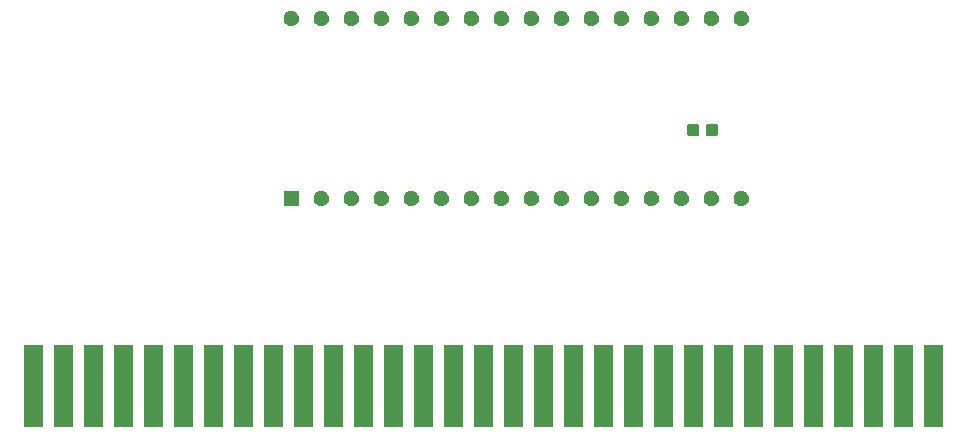
<source format=gbr>
G04 #@! TF.GenerationSoftware,KiCad,Pcbnew,(5.1.5)-3*
G04 #@! TF.CreationDate,2021-07-01T11:46:27+03:00*
G04 #@! TF.ProjectId,ISAMEM,4953414d-454d-42e6-9b69-6361645f7063,rev?*
G04 #@! TF.SameCoordinates,Original*
G04 #@! TF.FileFunction,Soldermask,Top*
G04 #@! TF.FilePolarity,Negative*
%FSLAX46Y46*%
G04 Gerber Fmt 4.6, Leading zero omitted, Abs format (unit mm)*
G04 Created by KiCad (PCBNEW (5.1.5)-3) date 2021-07-01 11:46:27*
%MOMM*%
%LPD*%
G04 APERTURE LIST*
%ADD10C,0.100000*%
G04 APERTURE END LIST*
D10*
G36*
X247193000Y-138481000D02*
G01*
X245567000Y-138481000D01*
X245567000Y-131521000D01*
X247193000Y-131521000D01*
X247193000Y-138481000D01*
G37*
G36*
X209093000Y-138481000D02*
G01*
X207467000Y-138481000D01*
X207467000Y-131521000D01*
X209093000Y-131521000D01*
X209093000Y-138481000D01*
G37*
G36*
X170993000Y-138481000D02*
G01*
X169367000Y-138481000D01*
X169367000Y-131521000D01*
X170993000Y-131521000D01*
X170993000Y-138481000D01*
G37*
G36*
X173533000Y-138481000D02*
G01*
X171907000Y-138481000D01*
X171907000Y-131521000D01*
X173533000Y-131521000D01*
X173533000Y-138481000D01*
G37*
G36*
X176073000Y-138481000D02*
G01*
X174447000Y-138481000D01*
X174447000Y-131521000D01*
X176073000Y-131521000D01*
X176073000Y-138481000D01*
G37*
G36*
X178613000Y-138481000D02*
G01*
X176987000Y-138481000D01*
X176987000Y-131521000D01*
X178613000Y-131521000D01*
X178613000Y-138481000D01*
G37*
G36*
X181153000Y-138481000D02*
G01*
X179527000Y-138481000D01*
X179527000Y-131521000D01*
X181153000Y-131521000D01*
X181153000Y-138481000D01*
G37*
G36*
X183693000Y-138481000D02*
G01*
X182067000Y-138481000D01*
X182067000Y-131521000D01*
X183693000Y-131521000D01*
X183693000Y-138481000D01*
G37*
G36*
X186233000Y-138481000D02*
G01*
X184607000Y-138481000D01*
X184607000Y-131521000D01*
X186233000Y-131521000D01*
X186233000Y-138481000D01*
G37*
G36*
X188773000Y-138481000D02*
G01*
X187147000Y-138481000D01*
X187147000Y-131521000D01*
X188773000Y-131521000D01*
X188773000Y-138481000D01*
G37*
G36*
X191313000Y-138481000D02*
G01*
X189687000Y-138481000D01*
X189687000Y-131521000D01*
X191313000Y-131521000D01*
X191313000Y-138481000D01*
G37*
G36*
X193853000Y-138481000D02*
G01*
X192227000Y-138481000D01*
X192227000Y-131521000D01*
X193853000Y-131521000D01*
X193853000Y-138481000D01*
G37*
G36*
X196393000Y-138481000D02*
G01*
X194767000Y-138481000D01*
X194767000Y-131521000D01*
X196393000Y-131521000D01*
X196393000Y-138481000D01*
G37*
G36*
X198933000Y-138481000D02*
G01*
X197307000Y-138481000D01*
X197307000Y-131521000D01*
X198933000Y-131521000D01*
X198933000Y-138481000D01*
G37*
G36*
X201473000Y-138481000D02*
G01*
X199847000Y-138481000D01*
X199847000Y-131521000D01*
X201473000Y-131521000D01*
X201473000Y-138481000D01*
G37*
G36*
X204013000Y-138481000D02*
G01*
X202387000Y-138481000D01*
X202387000Y-131521000D01*
X204013000Y-131521000D01*
X204013000Y-138481000D01*
G37*
G36*
X211633000Y-138481000D02*
G01*
X210007000Y-138481000D01*
X210007000Y-131521000D01*
X211633000Y-131521000D01*
X211633000Y-138481000D01*
G37*
G36*
X244653000Y-138481000D02*
G01*
X243027000Y-138481000D01*
X243027000Y-131521000D01*
X244653000Y-131521000D01*
X244653000Y-138481000D01*
G37*
G36*
X242113000Y-138481000D02*
G01*
X240487000Y-138481000D01*
X240487000Y-131521000D01*
X242113000Y-131521000D01*
X242113000Y-138481000D01*
G37*
G36*
X239573000Y-138481000D02*
G01*
X237947000Y-138481000D01*
X237947000Y-131521000D01*
X239573000Y-131521000D01*
X239573000Y-138481000D01*
G37*
G36*
X237033000Y-138481000D02*
G01*
X235407000Y-138481000D01*
X235407000Y-131521000D01*
X237033000Y-131521000D01*
X237033000Y-138481000D01*
G37*
G36*
X234493000Y-138481000D02*
G01*
X232867000Y-138481000D01*
X232867000Y-131521000D01*
X234493000Y-131521000D01*
X234493000Y-138481000D01*
G37*
G36*
X231953000Y-138481000D02*
G01*
X230327000Y-138481000D01*
X230327000Y-131521000D01*
X231953000Y-131521000D01*
X231953000Y-138481000D01*
G37*
G36*
X229413000Y-138481000D02*
G01*
X227787000Y-138481000D01*
X227787000Y-131521000D01*
X229413000Y-131521000D01*
X229413000Y-138481000D01*
G37*
G36*
X226873000Y-138481000D02*
G01*
X225247000Y-138481000D01*
X225247000Y-131521000D01*
X226873000Y-131521000D01*
X226873000Y-138481000D01*
G37*
G36*
X224333000Y-138481000D02*
G01*
X222707000Y-138481000D01*
X222707000Y-131521000D01*
X224333000Y-131521000D01*
X224333000Y-138481000D01*
G37*
G36*
X221793000Y-138481000D02*
G01*
X220167000Y-138481000D01*
X220167000Y-131521000D01*
X221793000Y-131521000D01*
X221793000Y-138481000D01*
G37*
G36*
X219253000Y-138481000D02*
G01*
X217627000Y-138481000D01*
X217627000Y-131521000D01*
X219253000Y-131521000D01*
X219253000Y-138481000D01*
G37*
G36*
X216713000Y-138481000D02*
G01*
X215087000Y-138481000D01*
X215087000Y-131521000D01*
X216713000Y-131521000D01*
X216713000Y-138481000D01*
G37*
G36*
X214173000Y-138481000D02*
G01*
X212547000Y-138481000D01*
X212547000Y-131521000D01*
X214173000Y-131521000D01*
X214173000Y-138481000D01*
G37*
G36*
X206553000Y-138481000D02*
G01*
X204927000Y-138481000D01*
X204927000Y-131521000D01*
X206553000Y-131521000D01*
X206553000Y-138481000D01*
G37*
G36*
X230249443Y-118495355D02*
G01*
X230311556Y-118507710D01*
X230360026Y-118527787D01*
X230428574Y-118556180D01*
X230533888Y-118626549D01*
X230623451Y-118716112D01*
X230693820Y-118821426D01*
X230742290Y-118938445D01*
X230767000Y-119062669D01*
X230767000Y-119189331D01*
X230742290Y-119313555D01*
X230693820Y-119430574D01*
X230623451Y-119535888D01*
X230533888Y-119625451D01*
X230428574Y-119695820D01*
X230360026Y-119724213D01*
X230311556Y-119744290D01*
X230249443Y-119756645D01*
X230187331Y-119769000D01*
X230060669Y-119769000D01*
X229998557Y-119756645D01*
X229936444Y-119744290D01*
X229887974Y-119724213D01*
X229819426Y-119695820D01*
X229714112Y-119625451D01*
X229624549Y-119535888D01*
X229554180Y-119430574D01*
X229505710Y-119313555D01*
X229481000Y-119189331D01*
X229481000Y-119062669D01*
X229505710Y-118938445D01*
X229554180Y-118821426D01*
X229624549Y-118716112D01*
X229714112Y-118626549D01*
X229819426Y-118556180D01*
X229887974Y-118527787D01*
X229936444Y-118507710D01*
X229998557Y-118495355D01*
X230060669Y-118483000D01*
X230187331Y-118483000D01*
X230249443Y-118495355D01*
G37*
G36*
X225169443Y-118495355D02*
G01*
X225231556Y-118507710D01*
X225280026Y-118527787D01*
X225348574Y-118556180D01*
X225453888Y-118626549D01*
X225543451Y-118716112D01*
X225613820Y-118821426D01*
X225662290Y-118938445D01*
X225687000Y-119062669D01*
X225687000Y-119189331D01*
X225662290Y-119313555D01*
X225613820Y-119430574D01*
X225543451Y-119535888D01*
X225453888Y-119625451D01*
X225348574Y-119695820D01*
X225280026Y-119724213D01*
X225231556Y-119744290D01*
X225169443Y-119756645D01*
X225107331Y-119769000D01*
X224980669Y-119769000D01*
X224918557Y-119756645D01*
X224856444Y-119744290D01*
X224807974Y-119724213D01*
X224739426Y-119695820D01*
X224634112Y-119625451D01*
X224544549Y-119535888D01*
X224474180Y-119430574D01*
X224425710Y-119313555D01*
X224401000Y-119189331D01*
X224401000Y-119062669D01*
X224425710Y-118938445D01*
X224474180Y-118821426D01*
X224544549Y-118716112D01*
X224634112Y-118626549D01*
X224739426Y-118556180D01*
X224807974Y-118527787D01*
X224856444Y-118507710D01*
X224918557Y-118495355D01*
X224980669Y-118483000D01*
X225107331Y-118483000D01*
X225169443Y-118495355D01*
G37*
G36*
X192667000Y-119769000D02*
G01*
X191381000Y-119769000D01*
X191381000Y-118483000D01*
X192667000Y-118483000D01*
X192667000Y-119769000D01*
G37*
G36*
X194689443Y-118495355D02*
G01*
X194751556Y-118507710D01*
X194800026Y-118527787D01*
X194868574Y-118556180D01*
X194973888Y-118626549D01*
X195063451Y-118716112D01*
X195133820Y-118821426D01*
X195182290Y-118938445D01*
X195207000Y-119062669D01*
X195207000Y-119189331D01*
X195182290Y-119313555D01*
X195133820Y-119430574D01*
X195063451Y-119535888D01*
X194973888Y-119625451D01*
X194868574Y-119695820D01*
X194800026Y-119724213D01*
X194751556Y-119744290D01*
X194689443Y-119756645D01*
X194627331Y-119769000D01*
X194500669Y-119769000D01*
X194438557Y-119756645D01*
X194376444Y-119744290D01*
X194327974Y-119724213D01*
X194259426Y-119695820D01*
X194154112Y-119625451D01*
X194064549Y-119535888D01*
X193994180Y-119430574D01*
X193945710Y-119313555D01*
X193921000Y-119189331D01*
X193921000Y-119062669D01*
X193945710Y-118938445D01*
X193994180Y-118821426D01*
X194064549Y-118716112D01*
X194154112Y-118626549D01*
X194259426Y-118556180D01*
X194327974Y-118527787D01*
X194376444Y-118507710D01*
X194438557Y-118495355D01*
X194500669Y-118483000D01*
X194627331Y-118483000D01*
X194689443Y-118495355D01*
G37*
G36*
X197229443Y-118495355D02*
G01*
X197291556Y-118507710D01*
X197340026Y-118527787D01*
X197408574Y-118556180D01*
X197513888Y-118626549D01*
X197603451Y-118716112D01*
X197673820Y-118821426D01*
X197722290Y-118938445D01*
X197747000Y-119062669D01*
X197747000Y-119189331D01*
X197722290Y-119313555D01*
X197673820Y-119430574D01*
X197603451Y-119535888D01*
X197513888Y-119625451D01*
X197408574Y-119695820D01*
X197340026Y-119724213D01*
X197291556Y-119744290D01*
X197229443Y-119756645D01*
X197167331Y-119769000D01*
X197040669Y-119769000D01*
X196978557Y-119756645D01*
X196916444Y-119744290D01*
X196867974Y-119724213D01*
X196799426Y-119695820D01*
X196694112Y-119625451D01*
X196604549Y-119535888D01*
X196534180Y-119430574D01*
X196485710Y-119313555D01*
X196461000Y-119189331D01*
X196461000Y-119062669D01*
X196485710Y-118938445D01*
X196534180Y-118821426D01*
X196604549Y-118716112D01*
X196694112Y-118626549D01*
X196799426Y-118556180D01*
X196867974Y-118527787D01*
X196916444Y-118507710D01*
X196978557Y-118495355D01*
X197040669Y-118483000D01*
X197167331Y-118483000D01*
X197229443Y-118495355D01*
G37*
G36*
X199769443Y-118495355D02*
G01*
X199831556Y-118507710D01*
X199880026Y-118527787D01*
X199948574Y-118556180D01*
X200053888Y-118626549D01*
X200143451Y-118716112D01*
X200213820Y-118821426D01*
X200262290Y-118938445D01*
X200287000Y-119062669D01*
X200287000Y-119189331D01*
X200262290Y-119313555D01*
X200213820Y-119430574D01*
X200143451Y-119535888D01*
X200053888Y-119625451D01*
X199948574Y-119695820D01*
X199880026Y-119724213D01*
X199831556Y-119744290D01*
X199769443Y-119756645D01*
X199707331Y-119769000D01*
X199580669Y-119769000D01*
X199518557Y-119756645D01*
X199456444Y-119744290D01*
X199407974Y-119724213D01*
X199339426Y-119695820D01*
X199234112Y-119625451D01*
X199144549Y-119535888D01*
X199074180Y-119430574D01*
X199025710Y-119313555D01*
X199001000Y-119189331D01*
X199001000Y-119062669D01*
X199025710Y-118938445D01*
X199074180Y-118821426D01*
X199144549Y-118716112D01*
X199234112Y-118626549D01*
X199339426Y-118556180D01*
X199407974Y-118527787D01*
X199456444Y-118507710D01*
X199518557Y-118495355D01*
X199580669Y-118483000D01*
X199707331Y-118483000D01*
X199769443Y-118495355D01*
G37*
G36*
X202309443Y-118495355D02*
G01*
X202371556Y-118507710D01*
X202420026Y-118527787D01*
X202488574Y-118556180D01*
X202593888Y-118626549D01*
X202683451Y-118716112D01*
X202753820Y-118821426D01*
X202802290Y-118938445D01*
X202827000Y-119062669D01*
X202827000Y-119189331D01*
X202802290Y-119313555D01*
X202753820Y-119430574D01*
X202683451Y-119535888D01*
X202593888Y-119625451D01*
X202488574Y-119695820D01*
X202420026Y-119724213D01*
X202371556Y-119744290D01*
X202309443Y-119756645D01*
X202247331Y-119769000D01*
X202120669Y-119769000D01*
X202058557Y-119756645D01*
X201996444Y-119744290D01*
X201947974Y-119724213D01*
X201879426Y-119695820D01*
X201774112Y-119625451D01*
X201684549Y-119535888D01*
X201614180Y-119430574D01*
X201565710Y-119313555D01*
X201541000Y-119189331D01*
X201541000Y-119062669D01*
X201565710Y-118938445D01*
X201614180Y-118821426D01*
X201684549Y-118716112D01*
X201774112Y-118626549D01*
X201879426Y-118556180D01*
X201947974Y-118527787D01*
X201996444Y-118507710D01*
X202058557Y-118495355D01*
X202120669Y-118483000D01*
X202247331Y-118483000D01*
X202309443Y-118495355D01*
G37*
G36*
X204849443Y-118495355D02*
G01*
X204911556Y-118507710D01*
X204960026Y-118527787D01*
X205028574Y-118556180D01*
X205133888Y-118626549D01*
X205223451Y-118716112D01*
X205293820Y-118821426D01*
X205342290Y-118938445D01*
X205367000Y-119062669D01*
X205367000Y-119189331D01*
X205342290Y-119313555D01*
X205293820Y-119430574D01*
X205223451Y-119535888D01*
X205133888Y-119625451D01*
X205028574Y-119695820D01*
X204960026Y-119724213D01*
X204911556Y-119744290D01*
X204849443Y-119756645D01*
X204787331Y-119769000D01*
X204660669Y-119769000D01*
X204598557Y-119756645D01*
X204536444Y-119744290D01*
X204487974Y-119724213D01*
X204419426Y-119695820D01*
X204314112Y-119625451D01*
X204224549Y-119535888D01*
X204154180Y-119430574D01*
X204105710Y-119313555D01*
X204081000Y-119189331D01*
X204081000Y-119062669D01*
X204105710Y-118938445D01*
X204154180Y-118821426D01*
X204224549Y-118716112D01*
X204314112Y-118626549D01*
X204419426Y-118556180D01*
X204487974Y-118527787D01*
X204536444Y-118507710D01*
X204598557Y-118495355D01*
X204660669Y-118483000D01*
X204787331Y-118483000D01*
X204849443Y-118495355D01*
G37*
G36*
X209929443Y-118495355D02*
G01*
X209991556Y-118507710D01*
X210040026Y-118527787D01*
X210108574Y-118556180D01*
X210213888Y-118626549D01*
X210303451Y-118716112D01*
X210373820Y-118821426D01*
X210422290Y-118938445D01*
X210447000Y-119062669D01*
X210447000Y-119189331D01*
X210422290Y-119313555D01*
X210373820Y-119430574D01*
X210303451Y-119535888D01*
X210213888Y-119625451D01*
X210108574Y-119695820D01*
X210040026Y-119724213D01*
X209991556Y-119744290D01*
X209929443Y-119756645D01*
X209867331Y-119769000D01*
X209740669Y-119769000D01*
X209678557Y-119756645D01*
X209616444Y-119744290D01*
X209567974Y-119724213D01*
X209499426Y-119695820D01*
X209394112Y-119625451D01*
X209304549Y-119535888D01*
X209234180Y-119430574D01*
X209185710Y-119313555D01*
X209161000Y-119189331D01*
X209161000Y-119062669D01*
X209185710Y-118938445D01*
X209234180Y-118821426D01*
X209304549Y-118716112D01*
X209394112Y-118626549D01*
X209499426Y-118556180D01*
X209567974Y-118527787D01*
X209616444Y-118507710D01*
X209678557Y-118495355D01*
X209740669Y-118483000D01*
X209867331Y-118483000D01*
X209929443Y-118495355D01*
G37*
G36*
X212469443Y-118495355D02*
G01*
X212531556Y-118507710D01*
X212580026Y-118527787D01*
X212648574Y-118556180D01*
X212753888Y-118626549D01*
X212843451Y-118716112D01*
X212913820Y-118821426D01*
X212962290Y-118938445D01*
X212987000Y-119062669D01*
X212987000Y-119189331D01*
X212962290Y-119313555D01*
X212913820Y-119430574D01*
X212843451Y-119535888D01*
X212753888Y-119625451D01*
X212648574Y-119695820D01*
X212580026Y-119724213D01*
X212531556Y-119744290D01*
X212469443Y-119756645D01*
X212407331Y-119769000D01*
X212280669Y-119769000D01*
X212218557Y-119756645D01*
X212156444Y-119744290D01*
X212107974Y-119724213D01*
X212039426Y-119695820D01*
X211934112Y-119625451D01*
X211844549Y-119535888D01*
X211774180Y-119430574D01*
X211725710Y-119313555D01*
X211701000Y-119189331D01*
X211701000Y-119062669D01*
X211725710Y-118938445D01*
X211774180Y-118821426D01*
X211844549Y-118716112D01*
X211934112Y-118626549D01*
X212039426Y-118556180D01*
X212107974Y-118527787D01*
X212156444Y-118507710D01*
X212218557Y-118495355D01*
X212280669Y-118483000D01*
X212407331Y-118483000D01*
X212469443Y-118495355D01*
G37*
G36*
X215009443Y-118495355D02*
G01*
X215071556Y-118507710D01*
X215120026Y-118527787D01*
X215188574Y-118556180D01*
X215293888Y-118626549D01*
X215383451Y-118716112D01*
X215453820Y-118821426D01*
X215502290Y-118938445D01*
X215527000Y-119062669D01*
X215527000Y-119189331D01*
X215502290Y-119313555D01*
X215453820Y-119430574D01*
X215383451Y-119535888D01*
X215293888Y-119625451D01*
X215188574Y-119695820D01*
X215120026Y-119724213D01*
X215071556Y-119744290D01*
X215009443Y-119756645D01*
X214947331Y-119769000D01*
X214820669Y-119769000D01*
X214758557Y-119756645D01*
X214696444Y-119744290D01*
X214647974Y-119724213D01*
X214579426Y-119695820D01*
X214474112Y-119625451D01*
X214384549Y-119535888D01*
X214314180Y-119430574D01*
X214265710Y-119313555D01*
X214241000Y-119189331D01*
X214241000Y-119062669D01*
X214265710Y-118938445D01*
X214314180Y-118821426D01*
X214384549Y-118716112D01*
X214474112Y-118626549D01*
X214579426Y-118556180D01*
X214647974Y-118527787D01*
X214696444Y-118507710D01*
X214758557Y-118495355D01*
X214820669Y-118483000D01*
X214947331Y-118483000D01*
X215009443Y-118495355D01*
G37*
G36*
X217549443Y-118495355D02*
G01*
X217611556Y-118507710D01*
X217660026Y-118527787D01*
X217728574Y-118556180D01*
X217833888Y-118626549D01*
X217923451Y-118716112D01*
X217993820Y-118821426D01*
X218042290Y-118938445D01*
X218067000Y-119062669D01*
X218067000Y-119189331D01*
X218042290Y-119313555D01*
X217993820Y-119430574D01*
X217923451Y-119535888D01*
X217833888Y-119625451D01*
X217728574Y-119695820D01*
X217660026Y-119724213D01*
X217611556Y-119744290D01*
X217549443Y-119756645D01*
X217487331Y-119769000D01*
X217360669Y-119769000D01*
X217298557Y-119756645D01*
X217236444Y-119744290D01*
X217187974Y-119724213D01*
X217119426Y-119695820D01*
X217014112Y-119625451D01*
X216924549Y-119535888D01*
X216854180Y-119430574D01*
X216805710Y-119313555D01*
X216781000Y-119189331D01*
X216781000Y-119062669D01*
X216805710Y-118938445D01*
X216854180Y-118821426D01*
X216924549Y-118716112D01*
X217014112Y-118626549D01*
X217119426Y-118556180D01*
X217187974Y-118527787D01*
X217236444Y-118507710D01*
X217298557Y-118495355D01*
X217360669Y-118483000D01*
X217487331Y-118483000D01*
X217549443Y-118495355D01*
G37*
G36*
X220089443Y-118495355D02*
G01*
X220151556Y-118507710D01*
X220200026Y-118527787D01*
X220268574Y-118556180D01*
X220373888Y-118626549D01*
X220463451Y-118716112D01*
X220533820Y-118821426D01*
X220582290Y-118938445D01*
X220607000Y-119062669D01*
X220607000Y-119189331D01*
X220582290Y-119313555D01*
X220533820Y-119430574D01*
X220463451Y-119535888D01*
X220373888Y-119625451D01*
X220268574Y-119695820D01*
X220200026Y-119724213D01*
X220151556Y-119744290D01*
X220089443Y-119756645D01*
X220027331Y-119769000D01*
X219900669Y-119769000D01*
X219838557Y-119756645D01*
X219776444Y-119744290D01*
X219727974Y-119724213D01*
X219659426Y-119695820D01*
X219554112Y-119625451D01*
X219464549Y-119535888D01*
X219394180Y-119430574D01*
X219345710Y-119313555D01*
X219321000Y-119189331D01*
X219321000Y-119062669D01*
X219345710Y-118938445D01*
X219394180Y-118821426D01*
X219464549Y-118716112D01*
X219554112Y-118626549D01*
X219659426Y-118556180D01*
X219727974Y-118527787D01*
X219776444Y-118507710D01*
X219838557Y-118495355D01*
X219900669Y-118483000D01*
X220027331Y-118483000D01*
X220089443Y-118495355D01*
G37*
G36*
X222629443Y-118495355D02*
G01*
X222691556Y-118507710D01*
X222740026Y-118527787D01*
X222808574Y-118556180D01*
X222913888Y-118626549D01*
X223003451Y-118716112D01*
X223073820Y-118821426D01*
X223122290Y-118938445D01*
X223147000Y-119062669D01*
X223147000Y-119189331D01*
X223122290Y-119313555D01*
X223073820Y-119430574D01*
X223003451Y-119535888D01*
X222913888Y-119625451D01*
X222808574Y-119695820D01*
X222740026Y-119724213D01*
X222691556Y-119744290D01*
X222629443Y-119756645D01*
X222567331Y-119769000D01*
X222440669Y-119769000D01*
X222378557Y-119756645D01*
X222316444Y-119744290D01*
X222267974Y-119724213D01*
X222199426Y-119695820D01*
X222094112Y-119625451D01*
X222004549Y-119535888D01*
X221934180Y-119430574D01*
X221885710Y-119313555D01*
X221861000Y-119189331D01*
X221861000Y-119062669D01*
X221885710Y-118938445D01*
X221934180Y-118821426D01*
X222004549Y-118716112D01*
X222094112Y-118626549D01*
X222199426Y-118556180D01*
X222267974Y-118527787D01*
X222316444Y-118507710D01*
X222378557Y-118495355D01*
X222440669Y-118483000D01*
X222567331Y-118483000D01*
X222629443Y-118495355D01*
G37*
G36*
X227709443Y-118495355D02*
G01*
X227771556Y-118507710D01*
X227820026Y-118527787D01*
X227888574Y-118556180D01*
X227993888Y-118626549D01*
X228083451Y-118716112D01*
X228153820Y-118821426D01*
X228202290Y-118938445D01*
X228227000Y-119062669D01*
X228227000Y-119189331D01*
X228202290Y-119313555D01*
X228153820Y-119430574D01*
X228083451Y-119535888D01*
X227993888Y-119625451D01*
X227888574Y-119695820D01*
X227820026Y-119724213D01*
X227771556Y-119744290D01*
X227709443Y-119756645D01*
X227647331Y-119769000D01*
X227520669Y-119769000D01*
X227458557Y-119756645D01*
X227396444Y-119744290D01*
X227347974Y-119724213D01*
X227279426Y-119695820D01*
X227174112Y-119625451D01*
X227084549Y-119535888D01*
X227014180Y-119430574D01*
X226965710Y-119313555D01*
X226941000Y-119189331D01*
X226941000Y-119062669D01*
X226965710Y-118938445D01*
X227014180Y-118821426D01*
X227084549Y-118716112D01*
X227174112Y-118626549D01*
X227279426Y-118556180D01*
X227347974Y-118527787D01*
X227396444Y-118507710D01*
X227458557Y-118495355D01*
X227520669Y-118483000D01*
X227647331Y-118483000D01*
X227709443Y-118495355D01*
G37*
G36*
X207389443Y-118495355D02*
G01*
X207451556Y-118507710D01*
X207500026Y-118527787D01*
X207568574Y-118556180D01*
X207673888Y-118626549D01*
X207763451Y-118716112D01*
X207833820Y-118821426D01*
X207882290Y-118938445D01*
X207907000Y-119062669D01*
X207907000Y-119189331D01*
X207882290Y-119313555D01*
X207833820Y-119430574D01*
X207763451Y-119535888D01*
X207673888Y-119625451D01*
X207568574Y-119695820D01*
X207500026Y-119724213D01*
X207451556Y-119744290D01*
X207389443Y-119756645D01*
X207327331Y-119769000D01*
X207200669Y-119769000D01*
X207138557Y-119756645D01*
X207076444Y-119744290D01*
X207027974Y-119724213D01*
X206959426Y-119695820D01*
X206854112Y-119625451D01*
X206764549Y-119535888D01*
X206694180Y-119430574D01*
X206645710Y-119313555D01*
X206621000Y-119189331D01*
X206621000Y-119062669D01*
X206645710Y-118938445D01*
X206694180Y-118821426D01*
X206764549Y-118716112D01*
X206854112Y-118626549D01*
X206959426Y-118556180D01*
X207027974Y-118527787D01*
X207076444Y-118507710D01*
X207138557Y-118495355D01*
X207200669Y-118483000D01*
X207327331Y-118483000D01*
X207389443Y-118495355D01*
G37*
G36*
X226402091Y-112811992D02*
G01*
X226436069Y-112822300D01*
X226467390Y-112839041D01*
X226494839Y-112861568D01*
X226517366Y-112889017D01*
X226534107Y-112920338D01*
X226544415Y-112954316D01*
X226548500Y-112995797D01*
X226548500Y-113672017D01*
X226544415Y-113713498D01*
X226534107Y-113747476D01*
X226517366Y-113778797D01*
X226494839Y-113806246D01*
X226467390Y-113828773D01*
X226436069Y-113845514D01*
X226402091Y-113855822D01*
X226360610Y-113859907D01*
X225759390Y-113859907D01*
X225717909Y-113855822D01*
X225683931Y-113845514D01*
X225652610Y-113828773D01*
X225625161Y-113806246D01*
X225602634Y-113778797D01*
X225585893Y-113747476D01*
X225575585Y-113713498D01*
X225571500Y-113672017D01*
X225571500Y-112995797D01*
X225575585Y-112954316D01*
X225585893Y-112920338D01*
X225602634Y-112889017D01*
X225625161Y-112861568D01*
X225652610Y-112839041D01*
X225683931Y-112822300D01*
X225717909Y-112811992D01*
X225759390Y-112807907D01*
X226360610Y-112807907D01*
X226402091Y-112811992D01*
G37*
G36*
X227977091Y-112811992D02*
G01*
X228011069Y-112822300D01*
X228042390Y-112839041D01*
X228069839Y-112861568D01*
X228092366Y-112889017D01*
X228109107Y-112920338D01*
X228119415Y-112954316D01*
X228123500Y-112995797D01*
X228123500Y-113672017D01*
X228119415Y-113713498D01*
X228109107Y-113747476D01*
X228092366Y-113778797D01*
X228069839Y-113806246D01*
X228042390Y-113828773D01*
X228011069Y-113845514D01*
X227977091Y-113855822D01*
X227935610Y-113859907D01*
X227334390Y-113859907D01*
X227292909Y-113855822D01*
X227258931Y-113845514D01*
X227227610Y-113828773D01*
X227200161Y-113806246D01*
X227177634Y-113778797D01*
X227160893Y-113747476D01*
X227150585Y-113713498D01*
X227146500Y-113672017D01*
X227146500Y-112995797D01*
X227150585Y-112954316D01*
X227160893Y-112920338D01*
X227177634Y-112889017D01*
X227200161Y-112861568D01*
X227227610Y-112839041D01*
X227258931Y-112822300D01*
X227292909Y-112811992D01*
X227334390Y-112807907D01*
X227935610Y-112807907D01*
X227977091Y-112811992D01*
G37*
G36*
X192149443Y-103255355D02*
G01*
X192211556Y-103267710D01*
X192260026Y-103287787D01*
X192328574Y-103316180D01*
X192433888Y-103386549D01*
X192523451Y-103476112D01*
X192593820Y-103581426D01*
X192642290Y-103698445D01*
X192667000Y-103822669D01*
X192667000Y-103949331D01*
X192642290Y-104073555D01*
X192593820Y-104190574D01*
X192523451Y-104295888D01*
X192433888Y-104385451D01*
X192328574Y-104455820D01*
X192260026Y-104484213D01*
X192211556Y-104504290D01*
X192149443Y-104516645D01*
X192087331Y-104529000D01*
X191960669Y-104529000D01*
X191898557Y-104516645D01*
X191836444Y-104504290D01*
X191787974Y-104484213D01*
X191719426Y-104455820D01*
X191614112Y-104385451D01*
X191524549Y-104295888D01*
X191454180Y-104190574D01*
X191405710Y-104073555D01*
X191381000Y-103949331D01*
X191381000Y-103822669D01*
X191405710Y-103698445D01*
X191454180Y-103581426D01*
X191524549Y-103476112D01*
X191614112Y-103386549D01*
X191719426Y-103316180D01*
X191787974Y-103287787D01*
X191836444Y-103267710D01*
X191898557Y-103255355D01*
X191960669Y-103243000D01*
X192087331Y-103243000D01*
X192149443Y-103255355D01*
G37*
G36*
X194689443Y-103255355D02*
G01*
X194751556Y-103267710D01*
X194800026Y-103287787D01*
X194868574Y-103316180D01*
X194973888Y-103386549D01*
X195063451Y-103476112D01*
X195133820Y-103581426D01*
X195182290Y-103698445D01*
X195207000Y-103822669D01*
X195207000Y-103949331D01*
X195182290Y-104073555D01*
X195133820Y-104190574D01*
X195063451Y-104295888D01*
X194973888Y-104385451D01*
X194868574Y-104455820D01*
X194800026Y-104484213D01*
X194751556Y-104504290D01*
X194689443Y-104516645D01*
X194627331Y-104529000D01*
X194500669Y-104529000D01*
X194438557Y-104516645D01*
X194376444Y-104504290D01*
X194327974Y-104484213D01*
X194259426Y-104455820D01*
X194154112Y-104385451D01*
X194064549Y-104295888D01*
X193994180Y-104190574D01*
X193945710Y-104073555D01*
X193921000Y-103949331D01*
X193921000Y-103822669D01*
X193945710Y-103698445D01*
X193994180Y-103581426D01*
X194064549Y-103476112D01*
X194154112Y-103386549D01*
X194259426Y-103316180D01*
X194327974Y-103287787D01*
X194376444Y-103267710D01*
X194438557Y-103255355D01*
X194500669Y-103243000D01*
X194627331Y-103243000D01*
X194689443Y-103255355D01*
G37*
G36*
X197229443Y-103255355D02*
G01*
X197291556Y-103267710D01*
X197340026Y-103287787D01*
X197408574Y-103316180D01*
X197513888Y-103386549D01*
X197603451Y-103476112D01*
X197673820Y-103581426D01*
X197722290Y-103698445D01*
X197747000Y-103822669D01*
X197747000Y-103949331D01*
X197722290Y-104073555D01*
X197673820Y-104190574D01*
X197603451Y-104295888D01*
X197513888Y-104385451D01*
X197408574Y-104455820D01*
X197340026Y-104484213D01*
X197291556Y-104504290D01*
X197229443Y-104516645D01*
X197167331Y-104529000D01*
X197040669Y-104529000D01*
X196978557Y-104516645D01*
X196916444Y-104504290D01*
X196867974Y-104484213D01*
X196799426Y-104455820D01*
X196694112Y-104385451D01*
X196604549Y-104295888D01*
X196534180Y-104190574D01*
X196485710Y-104073555D01*
X196461000Y-103949331D01*
X196461000Y-103822669D01*
X196485710Y-103698445D01*
X196534180Y-103581426D01*
X196604549Y-103476112D01*
X196694112Y-103386549D01*
X196799426Y-103316180D01*
X196867974Y-103287787D01*
X196916444Y-103267710D01*
X196978557Y-103255355D01*
X197040669Y-103243000D01*
X197167331Y-103243000D01*
X197229443Y-103255355D01*
G37*
G36*
X202309443Y-103255355D02*
G01*
X202371556Y-103267710D01*
X202420026Y-103287787D01*
X202488574Y-103316180D01*
X202593888Y-103386549D01*
X202683451Y-103476112D01*
X202753820Y-103581426D01*
X202802290Y-103698445D01*
X202827000Y-103822669D01*
X202827000Y-103949331D01*
X202802290Y-104073555D01*
X202753820Y-104190574D01*
X202683451Y-104295888D01*
X202593888Y-104385451D01*
X202488574Y-104455820D01*
X202420026Y-104484213D01*
X202371556Y-104504290D01*
X202309443Y-104516645D01*
X202247331Y-104529000D01*
X202120669Y-104529000D01*
X202058557Y-104516645D01*
X201996444Y-104504290D01*
X201947974Y-104484213D01*
X201879426Y-104455820D01*
X201774112Y-104385451D01*
X201684549Y-104295888D01*
X201614180Y-104190574D01*
X201565710Y-104073555D01*
X201541000Y-103949331D01*
X201541000Y-103822669D01*
X201565710Y-103698445D01*
X201614180Y-103581426D01*
X201684549Y-103476112D01*
X201774112Y-103386549D01*
X201879426Y-103316180D01*
X201947974Y-103287787D01*
X201996444Y-103267710D01*
X202058557Y-103255355D01*
X202120669Y-103243000D01*
X202247331Y-103243000D01*
X202309443Y-103255355D01*
G37*
G36*
X204849443Y-103255355D02*
G01*
X204911556Y-103267710D01*
X204960026Y-103287787D01*
X205028574Y-103316180D01*
X205133888Y-103386549D01*
X205223451Y-103476112D01*
X205293820Y-103581426D01*
X205342290Y-103698445D01*
X205367000Y-103822669D01*
X205367000Y-103949331D01*
X205342290Y-104073555D01*
X205293820Y-104190574D01*
X205223451Y-104295888D01*
X205133888Y-104385451D01*
X205028574Y-104455820D01*
X204960026Y-104484213D01*
X204911556Y-104504290D01*
X204849443Y-104516645D01*
X204787331Y-104529000D01*
X204660669Y-104529000D01*
X204598557Y-104516645D01*
X204536444Y-104504290D01*
X204487974Y-104484213D01*
X204419426Y-104455820D01*
X204314112Y-104385451D01*
X204224549Y-104295888D01*
X204154180Y-104190574D01*
X204105710Y-104073555D01*
X204081000Y-103949331D01*
X204081000Y-103822669D01*
X204105710Y-103698445D01*
X204154180Y-103581426D01*
X204224549Y-103476112D01*
X204314112Y-103386549D01*
X204419426Y-103316180D01*
X204487974Y-103287787D01*
X204536444Y-103267710D01*
X204598557Y-103255355D01*
X204660669Y-103243000D01*
X204787331Y-103243000D01*
X204849443Y-103255355D01*
G37*
G36*
X207389443Y-103255355D02*
G01*
X207451556Y-103267710D01*
X207500026Y-103287787D01*
X207568574Y-103316180D01*
X207673888Y-103386549D01*
X207763451Y-103476112D01*
X207833820Y-103581426D01*
X207882290Y-103698445D01*
X207907000Y-103822669D01*
X207907000Y-103949331D01*
X207882290Y-104073555D01*
X207833820Y-104190574D01*
X207763451Y-104295888D01*
X207673888Y-104385451D01*
X207568574Y-104455820D01*
X207500026Y-104484213D01*
X207451556Y-104504290D01*
X207389443Y-104516645D01*
X207327331Y-104529000D01*
X207200669Y-104529000D01*
X207138557Y-104516645D01*
X207076444Y-104504290D01*
X207027974Y-104484213D01*
X206959426Y-104455820D01*
X206854112Y-104385451D01*
X206764549Y-104295888D01*
X206694180Y-104190574D01*
X206645710Y-104073555D01*
X206621000Y-103949331D01*
X206621000Y-103822669D01*
X206645710Y-103698445D01*
X206694180Y-103581426D01*
X206764549Y-103476112D01*
X206854112Y-103386549D01*
X206959426Y-103316180D01*
X207027974Y-103287787D01*
X207076444Y-103267710D01*
X207138557Y-103255355D01*
X207200669Y-103243000D01*
X207327331Y-103243000D01*
X207389443Y-103255355D01*
G37*
G36*
X212469443Y-103255355D02*
G01*
X212531556Y-103267710D01*
X212580026Y-103287787D01*
X212648574Y-103316180D01*
X212753888Y-103386549D01*
X212843451Y-103476112D01*
X212913820Y-103581426D01*
X212962290Y-103698445D01*
X212987000Y-103822669D01*
X212987000Y-103949331D01*
X212962290Y-104073555D01*
X212913820Y-104190574D01*
X212843451Y-104295888D01*
X212753888Y-104385451D01*
X212648574Y-104455820D01*
X212580026Y-104484213D01*
X212531556Y-104504290D01*
X212469443Y-104516645D01*
X212407331Y-104529000D01*
X212280669Y-104529000D01*
X212218557Y-104516645D01*
X212156444Y-104504290D01*
X212107974Y-104484213D01*
X212039426Y-104455820D01*
X211934112Y-104385451D01*
X211844549Y-104295888D01*
X211774180Y-104190574D01*
X211725710Y-104073555D01*
X211701000Y-103949331D01*
X211701000Y-103822669D01*
X211725710Y-103698445D01*
X211774180Y-103581426D01*
X211844549Y-103476112D01*
X211934112Y-103386549D01*
X212039426Y-103316180D01*
X212107974Y-103287787D01*
X212156444Y-103267710D01*
X212218557Y-103255355D01*
X212280669Y-103243000D01*
X212407331Y-103243000D01*
X212469443Y-103255355D01*
G37*
G36*
X199769443Y-103255355D02*
G01*
X199831556Y-103267710D01*
X199880026Y-103287787D01*
X199948574Y-103316180D01*
X200053888Y-103386549D01*
X200143451Y-103476112D01*
X200213820Y-103581426D01*
X200262290Y-103698445D01*
X200287000Y-103822669D01*
X200287000Y-103949331D01*
X200262290Y-104073555D01*
X200213820Y-104190574D01*
X200143451Y-104295888D01*
X200053888Y-104385451D01*
X199948574Y-104455820D01*
X199880026Y-104484213D01*
X199831556Y-104504290D01*
X199769443Y-104516645D01*
X199707331Y-104529000D01*
X199580669Y-104529000D01*
X199518557Y-104516645D01*
X199456444Y-104504290D01*
X199407974Y-104484213D01*
X199339426Y-104455820D01*
X199234112Y-104385451D01*
X199144549Y-104295888D01*
X199074180Y-104190574D01*
X199025710Y-104073555D01*
X199001000Y-103949331D01*
X199001000Y-103822669D01*
X199025710Y-103698445D01*
X199074180Y-103581426D01*
X199144549Y-103476112D01*
X199234112Y-103386549D01*
X199339426Y-103316180D01*
X199407974Y-103287787D01*
X199456444Y-103267710D01*
X199518557Y-103255355D01*
X199580669Y-103243000D01*
X199707331Y-103243000D01*
X199769443Y-103255355D01*
G37*
G36*
X215009443Y-103255355D02*
G01*
X215071556Y-103267710D01*
X215120026Y-103287787D01*
X215188574Y-103316180D01*
X215293888Y-103386549D01*
X215383451Y-103476112D01*
X215453820Y-103581426D01*
X215502290Y-103698445D01*
X215527000Y-103822669D01*
X215527000Y-103949331D01*
X215502290Y-104073555D01*
X215453820Y-104190574D01*
X215383451Y-104295888D01*
X215293888Y-104385451D01*
X215188574Y-104455820D01*
X215120026Y-104484213D01*
X215071556Y-104504290D01*
X215009443Y-104516645D01*
X214947331Y-104529000D01*
X214820669Y-104529000D01*
X214758557Y-104516645D01*
X214696444Y-104504290D01*
X214647974Y-104484213D01*
X214579426Y-104455820D01*
X214474112Y-104385451D01*
X214384549Y-104295888D01*
X214314180Y-104190574D01*
X214265710Y-104073555D01*
X214241000Y-103949331D01*
X214241000Y-103822669D01*
X214265710Y-103698445D01*
X214314180Y-103581426D01*
X214384549Y-103476112D01*
X214474112Y-103386549D01*
X214579426Y-103316180D01*
X214647974Y-103287787D01*
X214696444Y-103267710D01*
X214758557Y-103255355D01*
X214820669Y-103243000D01*
X214947331Y-103243000D01*
X215009443Y-103255355D01*
G37*
G36*
X217549443Y-103255355D02*
G01*
X217611556Y-103267710D01*
X217660026Y-103287787D01*
X217728574Y-103316180D01*
X217833888Y-103386549D01*
X217923451Y-103476112D01*
X217993820Y-103581426D01*
X218042290Y-103698445D01*
X218067000Y-103822669D01*
X218067000Y-103949331D01*
X218042290Y-104073555D01*
X217993820Y-104190574D01*
X217923451Y-104295888D01*
X217833888Y-104385451D01*
X217728574Y-104455820D01*
X217660026Y-104484213D01*
X217611556Y-104504290D01*
X217549443Y-104516645D01*
X217487331Y-104529000D01*
X217360669Y-104529000D01*
X217298557Y-104516645D01*
X217236444Y-104504290D01*
X217187974Y-104484213D01*
X217119426Y-104455820D01*
X217014112Y-104385451D01*
X216924549Y-104295888D01*
X216854180Y-104190574D01*
X216805710Y-104073555D01*
X216781000Y-103949331D01*
X216781000Y-103822669D01*
X216805710Y-103698445D01*
X216854180Y-103581426D01*
X216924549Y-103476112D01*
X217014112Y-103386549D01*
X217119426Y-103316180D01*
X217187974Y-103287787D01*
X217236444Y-103267710D01*
X217298557Y-103255355D01*
X217360669Y-103243000D01*
X217487331Y-103243000D01*
X217549443Y-103255355D01*
G37*
G36*
X220089443Y-103255355D02*
G01*
X220151556Y-103267710D01*
X220200026Y-103287787D01*
X220268574Y-103316180D01*
X220373888Y-103386549D01*
X220463451Y-103476112D01*
X220533820Y-103581426D01*
X220582290Y-103698445D01*
X220607000Y-103822669D01*
X220607000Y-103949331D01*
X220582290Y-104073555D01*
X220533820Y-104190574D01*
X220463451Y-104295888D01*
X220373888Y-104385451D01*
X220268574Y-104455820D01*
X220200026Y-104484213D01*
X220151556Y-104504290D01*
X220089443Y-104516645D01*
X220027331Y-104529000D01*
X219900669Y-104529000D01*
X219838557Y-104516645D01*
X219776444Y-104504290D01*
X219727974Y-104484213D01*
X219659426Y-104455820D01*
X219554112Y-104385451D01*
X219464549Y-104295888D01*
X219394180Y-104190574D01*
X219345710Y-104073555D01*
X219321000Y-103949331D01*
X219321000Y-103822669D01*
X219345710Y-103698445D01*
X219394180Y-103581426D01*
X219464549Y-103476112D01*
X219554112Y-103386549D01*
X219659426Y-103316180D01*
X219727974Y-103287787D01*
X219776444Y-103267710D01*
X219838557Y-103255355D01*
X219900669Y-103243000D01*
X220027331Y-103243000D01*
X220089443Y-103255355D01*
G37*
G36*
X222629443Y-103255355D02*
G01*
X222691556Y-103267710D01*
X222740026Y-103287787D01*
X222808574Y-103316180D01*
X222913888Y-103386549D01*
X223003451Y-103476112D01*
X223073820Y-103581426D01*
X223122290Y-103698445D01*
X223147000Y-103822669D01*
X223147000Y-103949331D01*
X223122290Y-104073555D01*
X223073820Y-104190574D01*
X223003451Y-104295888D01*
X222913888Y-104385451D01*
X222808574Y-104455820D01*
X222740026Y-104484213D01*
X222691556Y-104504290D01*
X222629443Y-104516645D01*
X222567331Y-104529000D01*
X222440669Y-104529000D01*
X222378557Y-104516645D01*
X222316444Y-104504290D01*
X222267974Y-104484213D01*
X222199426Y-104455820D01*
X222094112Y-104385451D01*
X222004549Y-104295888D01*
X221934180Y-104190574D01*
X221885710Y-104073555D01*
X221861000Y-103949331D01*
X221861000Y-103822669D01*
X221885710Y-103698445D01*
X221934180Y-103581426D01*
X222004549Y-103476112D01*
X222094112Y-103386549D01*
X222199426Y-103316180D01*
X222267974Y-103287787D01*
X222316444Y-103267710D01*
X222378557Y-103255355D01*
X222440669Y-103243000D01*
X222567331Y-103243000D01*
X222629443Y-103255355D01*
G37*
G36*
X225169443Y-103255355D02*
G01*
X225231556Y-103267710D01*
X225280026Y-103287787D01*
X225348574Y-103316180D01*
X225453888Y-103386549D01*
X225543451Y-103476112D01*
X225613820Y-103581426D01*
X225662290Y-103698445D01*
X225687000Y-103822669D01*
X225687000Y-103949331D01*
X225662290Y-104073555D01*
X225613820Y-104190574D01*
X225543451Y-104295888D01*
X225453888Y-104385451D01*
X225348574Y-104455820D01*
X225280026Y-104484213D01*
X225231556Y-104504290D01*
X225169443Y-104516645D01*
X225107331Y-104529000D01*
X224980669Y-104529000D01*
X224918557Y-104516645D01*
X224856444Y-104504290D01*
X224807974Y-104484213D01*
X224739426Y-104455820D01*
X224634112Y-104385451D01*
X224544549Y-104295888D01*
X224474180Y-104190574D01*
X224425710Y-104073555D01*
X224401000Y-103949331D01*
X224401000Y-103822669D01*
X224425710Y-103698445D01*
X224474180Y-103581426D01*
X224544549Y-103476112D01*
X224634112Y-103386549D01*
X224739426Y-103316180D01*
X224807974Y-103287787D01*
X224856444Y-103267710D01*
X224918557Y-103255355D01*
X224980669Y-103243000D01*
X225107331Y-103243000D01*
X225169443Y-103255355D01*
G37*
G36*
X227709443Y-103255355D02*
G01*
X227771556Y-103267710D01*
X227820026Y-103287787D01*
X227888574Y-103316180D01*
X227993888Y-103386549D01*
X228083451Y-103476112D01*
X228153820Y-103581426D01*
X228202290Y-103698445D01*
X228227000Y-103822669D01*
X228227000Y-103949331D01*
X228202290Y-104073555D01*
X228153820Y-104190574D01*
X228083451Y-104295888D01*
X227993888Y-104385451D01*
X227888574Y-104455820D01*
X227820026Y-104484213D01*
X227771556Y-104504290D01*
X227709443Y-104516645D01*
X227647331Y-104529000D01*
X227520669Y-104529000D01*
X227458557Y-104516645D01*
X227396444Y-104504290D01*
X227347974Y-104484213D01*
X227279426Y-104455820D01*
X227174112Y-104385451D01*
X227084549Y-104295888D01*
X227014180Y-104190574D01*
X226965710Y-104073555D01*
X226941000Y-103949331D01*
X226941000Y-103822669D01*
X226965710Y-103698445D01*
X227014180Y-103581426D01*
X227084549Y-103476112D01*
X227174112Y-103386549D01*
X227279426Y-103316180D01*
X227347974Y-103287787D01*
X227396444Y-103267710D01*
X227458557Y-103255355D01*
X227520669Y-103243000D01*
X227647331Y-103243000D01*
X227709443Y-103255355D01*
G37*
G36*
X230249443Y-103255355D02*
G01*
X230311556Y-103267710D01*
X230360026Y-103287787D01*
X230428574Y-103316180D01*
X230533888Y-103386549D01*
X230623451Y-103476112D01*
X230693820Y-103581426D01*
X230742290Y-103698445D01*
X230767000Y-103822669D01*
X230767000Y-103949331D01*
X230742290Y-104073555D01*
X230693820Y-104190574D01*
X230623451Y-104295888D01*
X230533888Y-104385451D01*
X230428574Y-104455820D01*
X230360026Y-104484213D01*
X230311556Y-104504290D01*
X230249443Y-104516645D01*
X230187331Y-104529000D01*
X230060669Y-104529000D01*
X229998557Y-104516645D01*
X229936444Y-104504290D01*
X229887974Y-104484213D01*
X229819426Y-104455820D01*
X229714112Y-104385451D01*
X229624549Y-104295888D01*
X229554180Y-104190574D01*
X229505710Y-104073555D01*
X229481000Y-103949331D01*
X229481000Y-103822669D01*
X229505710Y-103698445D01*
X229554180Y-103581426D01*
X229624549Y-103476112D01*
X229714112Y-103386549D01*
X229819426Y-103316180D01*
X229887974Y-103287787D01*
X229936444Y-103267710D01*
X229998557Y-103255355D01*
X230060669Y-103243000D01*
X230187331Y-103243000D01*
X230249443Y-103255355D01*
G37*
G36*
X209929443Y-103255355D02*
G01*
X209991556Y-103267710D01*
X210040026Y-103287787D01*
X210108574Y-103316180D01*
X210213888Y-103386549D01*
X210303451Y-103476112D01*
X210373820Y-103581426D01*
X210422290Y-103698445D01*
X210447000Y-103822669D01*
X210447000Y-103949331D01*
X210422290Y-104073555D01*
X210373820Y-104190574D01*
X210303451Y-104295888D01*
X210213888Y-104385451D01*
X210108574Y-104455820D01*
X210040026Y-104484213D01*
X209991556Y-104504290D01*
X209929443Y-104516645D01*
X209867331Y-104529000D01*
X209740669Y-104529000D01*
X209678557Y-104516645D01*
X209616444Y-104504290D01*
X209567974Y-104484213D01*
X209499426Y-104455820D01*
X209394112Y-104385451D01*
X209304549Y-104295888D01*
X209234180Y-104190574D01*
X209185710Y-104073555D01*
X209161000Y-103949331D01*
X209161000Y-103822669D01*
X209185710Y-103698445D01*
X209234180Y-103581426D01*
X209304549Y-103476112D01*
X209394112Y-103386549D01*
X209499426Y-103316180D01*
X209567974Y-103287787D01*
X209616444Y-103267710D01*
X209678557Y-103255355D01*
X209740669Y-103243000D01*
X209867331Y-103243000D01*
X209929443Y-103255355D01*
G37*
M02*

</source>
